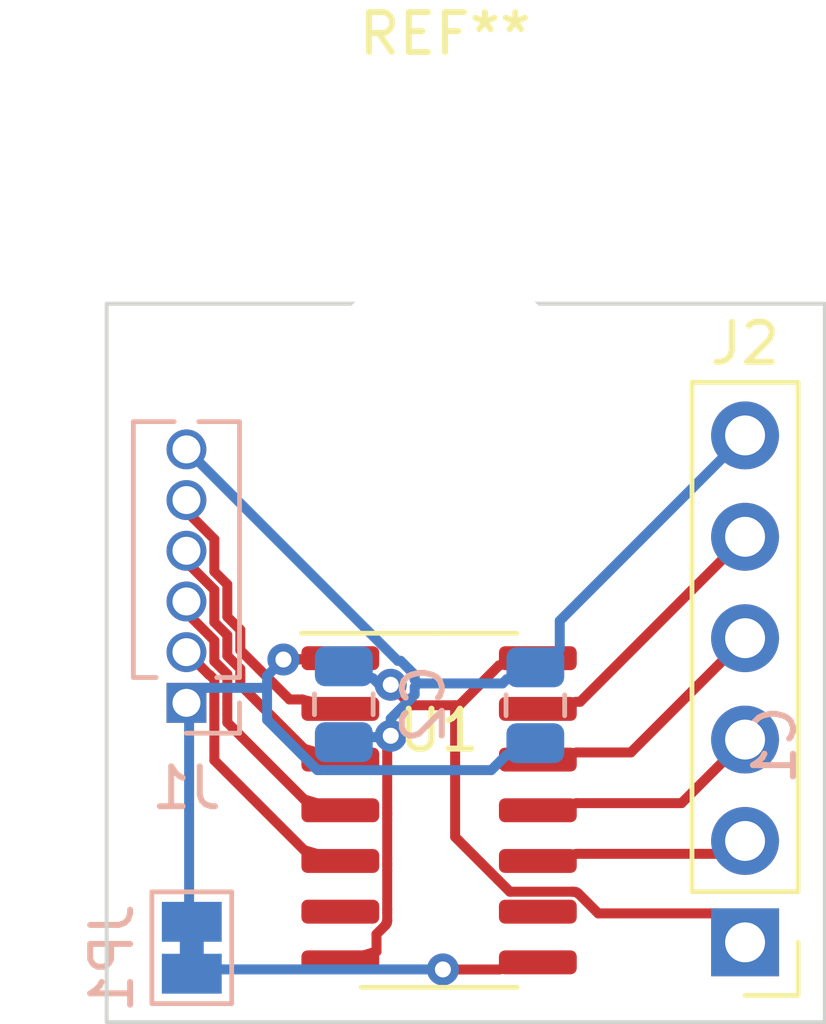
<source format=kicad_pcb>
(kicad_pcb (version 20210623) (generator pcbnew)
  (layers (0 "F.Cu" signal) (31 "B.Cu" signal) (34 "B.Paste" user) (35 "F.Paste" user) (36 "B.SilkS" user "B.Silkscreen") (37 "F.SilkS" user "F.Silkscreen") (38 "B.Mask" user) (39 "F.Mask" user) (44 "Edge.Cuts" user))
  (net 0 "")
  (net 1 "GND")
  (net 2 "/Vcc")
  (net 3 "/Vref")
  (net 6 "/A_TCK")
  (net 7 "/A_TDO")
  (net 8 "/A_TMS")
  (net 9 "/A_TDI")
  (net 10 "/B_TCK")
  (net 11 "/B_TDO")
  (net 12 "/B_TMS")
  (net 13 "/B_TDI")
  (net 14 "Net-(JP1-Pad2)")
  (footprint "Connector_PinHeader_2.54mm:PinHeader_1x06_P2.54mm_Vertical" (layer "F.Cu") (at 90.12 85.98 180)
    (fp_text reference "J2" (at 0 15) (layer "F.SilkS"))
    (fp_text value "Conn_01x06" hide)
    (fp_line (start -1.33 1.27) (end 1.33 1.27) (layer "F.SilkS") (width 0.12))
    (fp_line (start 1.33 1.27) (end 1.33 14.03) (layer "F.SilkS") (width 0.12))
    (fp_line (start -1.33 1.27) (end -1.33 14.03) (layer "F.SilkS") (width 0.12))
    (fp_line (start -1.33 0) (end -1.33 -1.33) (layer "F.SilkS") (width 0.12))
    (fp_line (start -1.33 -1.33) (end 0 -1.33) (layer "F.SilkS") (width 0.12))
    (fp_line (start -1.33 14.03) (end 1.33 14.03) (layer "F.SilkS") (width 0.12))
    (pad "1" thru_hole rect locked (at 0 0 180) (size 1.7 1.7) (drill 1) (layers *.Cu *.Mask) (net 3 "/Vref"))
    (pad "2" thru_hole oval locked (at 0 2.54 180) (size 1.7 1.7) (drill 1) (layers *.Cu *.Mask) (net 13 "/B_TDI"))
    (pad "3" thru_hole oval locked (at 0 5.08 180) (size 1.7 1.7) (drill 1) (layers *.Cu *.Mask) (net 12 "/B_TMS"))
    (pad "4" thru_hole oval locked (at 0 7.62 180) (size 1.7 1.7) (drill 1) (layers *.Cu *.Mask) (net 11 "/B_TDO"))
    (pad "5" thru_hole oval locked (at 0 10.16 180) (size 1.7 1.7) (drill 1) (layers *.Cu *.Mask) (net 10 "/B_TCK"))
    (pad "6" thru_hole oval locked (at 0 12.7 180) (size 1.7 1.7) (drill 1) (layers *.Cu *.Mask) (net 1 "GND"))
  )
  (footprint "Package_SO:SOIC-14_3.9x8.7mm_P1.27mm" (layer "F.Cu") (at 82.4512 82.6714)
    (fp_text reference "U1" (at 0 -2) (layer "F.SilkS"))
    (fp_text value "TXB0104D" hide)
    (fp_line (start 0 -4.435) (end 1.95 -4.435) (layer "F.SilkS") (width 0.12))
    (fp_line (start 0 4.435) (end -1.95 4.435) (layer "F.SilkS") (width 0.12))
    (fp_line (start 0 4.435) (end 1.95 4.435) (layer "F.SilkS") (width 0.12))
    (fp_line (start 0 -4.435) (end -3.45 -4.435) (layer "F.SilkS") (width 0.12))
    (pad "1" smd roundrect locked (at -2.475 -3.81) (size 1.95 0.6) (layers "F.Cu" "F.Paste" "F.Mask") (net 2 "/Vcc"))
    (pad "2" smd roundrect locked (at -2.475 -2.54) (size 1.95 0.6) (layers "F.Cu" "F.Paste" "F.Mask") (net 6 "/A_TCK"))
    (pad "3" smd roundrect locked (at -2.475 -1.27) (size 1.95 0.6) (layers "F.Cu" "F.Paste" "F.Mask") (net 7 "/A_TDO"))
    (pad "4" smd roundrect locked (at -2.475 0) (size 1.95 0.6) (layers "F.Cu" "F.Paste" "F.Mask") (net 8 "/A_TMS"))
    (pad "5" smd roundrect locked (at -2.475 1.27) (size 1.95 0.6) (layers "F.Cu" "F.Paste" "F.Mask") (net 9 "/A_TDI"))
    (pad "6" smd roundrect locked (at -2.475 2.54) (size 1.95 0.6) (layers "F.Cu" "F.Paste" "F.Mask"))
    (pad "7" smd roundrect locked (at -2.475 3.81) (size 1.95 0.6) (layers "F.Cu" "F.Paste" "F.Mask") (net 1 "GND"))
    (pad "8" smd roundrect locked (at 2.475 3.81) (size 1.95 0.6) (layers "F.Cu" "F.Paste" "F.Mask") (net 14 "Net-(JP1-Pad2)"))
    (pad "9" smd roundrect locked (at 2.475 2.54) (size 1.95 0.6) (layers "F.Cu" "F.Paste" "F.Mask"))
    (pad "10" smd roundrect locked (at 2.475 1.27) (size 1.95 0.6) (layers "F.Cu" "F.Paste" "F.Mask") (net 13 "/B_TDI"))
    (pad "11" smd roundrect locked (at 2.475 0) (size 1.95 0.6) (layers "F.Cu" "F.Paste" "F.Mask") (net 12 "/B_TMS"))
    (pad "12" smd roundrect locked (at 2.475 -1.27) (size 1.95 0.6) (layers "F.Cu" "F.Paste" "F.Mask") (net 11 "/B_TDO"))
    (pad "13" smd roundrect locked (at 2.475 -2.54) (size 1.95 0.6) (layers "F.Cu" "F.Paste" "F.Mask") (net 10 "/B_TCK"))
    (pad "14" smd roundrect locked (at 2.475 -3.81) (size 1.95 0.6) (layers "F.Cu" "F.Paste" "F.Mask") (net 3 "/Vref"))
  )
  (footprint "MountingHole:MountingHole_8.4mm_M8" (layer "F.Cu") (at 82.6 72.62)
    (fp_text reference "REF**" (at 0 -9.4) (layer "F.SilkS"))
    (fp_text value "MountingHole_8.4mm_M8")
    (pad "" np_thru_hole circle (at 0 0) (size 7 7) (drill 7) (layers F&B.Cu *.Mask))
  )
  (footprint "Capacitor_SMD:C_0805_2012Metric" (layer "B.Cu") (at 84.8642 80.04 90)
    (fp_text reference "C1" (at -1 6 90) (layer "B.SilkS") (effects (justify mirror)))
    (fp_text value "0.1uF" hide)
    (fp_line (start -0.261252 0.735) (end 0.261252 0.735) (layer "B.SilkS") (width 0.12))
    (fp_line (start -0.261252 -0.735) (end 0.261252 -0.735) (layer "B.SilkS") (width 0.12))
    (pad "1" smd roundrect locked (at -0.95 0 90) (size 1 1.45) (layers "B.Cu" "B.Paste" "B.Mask") (net 2 "/Vcc"))
    (pad "2" smd roundrect locked (at 0.95 0 90) (size 1 1.45) (layers "B.Cu" "B.Paste" "B.Mask") (net 1 "GND"))
  )
  (footprint "Connector_PinSocket_1.27mm:PinSocket_1x06_P1.27mm_Vertical" (layer "B.Cu") (at 76.12 79.98)
    (fp_text reference "J1" (at 0 2.135) (layer "B.SilkS") (effects (justify mirror)))
    (fp_text value "Conn_01x06")
    (fp_line (start -1.33 -0.635) (end -1.33 -7.045) (layer "B.SilkS") (width 0.12))
    (fp_line (start 0 0.76) (end 1.33 0.76) (layer "B.SilkS") (width 0.12))
    (fp_line (start 0.30753 -7.045) (end 1.33 -7.045) (layer "B.SilkS") (width 0.12))
    (fp_line (start 1.33 0.76) (end 1.33 0) (layer "B.SilkS") (width 0.12))
    (fp_line (start -1.33 -0.635) (end -0.76 -0.635) (layer "B.SilkS") (width 0.12))
    (fp_line (start 1.33 -0.635) (end 1.33 -7.045) (layer "B.SilkS") (width 0.12))
    (fp_line (start 0.76 -0.635) (end 1.33 -0.635) (layer "B.SilkS") (width 0.12))
    (fp_line (start -1.33 -7.045) (end -0.30753 -7.045) (layer "B.SilkS") (width 0.12))
    (pad "1" thru_hole rect locked (at 0 0) (size 1 1) (drill 0.7) (layers *.Cu *.Mask) (net 2 "/Vcc"))
    (pad "2" thru_hole oval locked (at 0 -1.27) (size 1 1) (drill 0.7) (layers *.Cu *.Mask) (net 9 "/A_TDI"))
    (pad "3" thru_hole oval locked (at 0 -2.54) (size 1 1) (drill 0.7) (layers *.Cu *.Mask) (net 8 "/A_TMS"))
    (pad "4" thru_hole oval locked (at 0 -3.81) (size 1 1) (drill 0.7) (layers *.Cu *.Mask) (net 7 "/A_TDO"))
    (pad "5" thru_hole oval locked (at 0 -5.08) (size 1 1) (drill 0.7) (layers *.Cu *.Mask) (net 6 "/A_TCK"))
    (pad "6" thru_hole oval locked (at 0 -6.35) (size 1 1) (drill 0.7) (layers *.Cu *.Mask) (net 1 "GND"))
  )
  (footprint "Capacitor_SMD:C_0805_2012Metric" (layer "B.Cu") (at 80.0636 80.0146 -90)
    (fp_text reference "C2" (at 0 -2 90) (layer "B.SilkS") (effects (justify mirror)))
    (fp_text value "0.1uF" hide)
    (fp_line (start -0.261252 0.735) (end 0.261252 0.735) (layer "B.SilkS") (width 0.12))
    (fp_line (start -0.261252 -0.735) (end 0.261252 -0.735) (layer "B.SilkS") (width 0.12))
    (pad "1" smd roundrect locked (at -0.95 0 270) (size 1 1.45) (layers "B.Cu" "B.Paste" "B.Mask") (net 3 "/Vref"))
    (pad "2" smd roundrect locked (at 0.95 0 270) (size 1 1.45) (layers "B.Cu" "B.Paste" "B.Mask") (net 1 "GND"))
  )
  (footprint "Jumper:SolderJumper-2_P1.3mm_Bridged_Pad1.0x1.5mm" (layer "B.Cu") (at 76.2536 86.1154 -90)
    (fp_text reference "JP1" (at 0.261252 2 90) (layer "B.SilkS") (effects (justify mirror)))
    (fp_text value "SolderJumper_2_Bridged" hide)
    (fp_poly (pts (xy -0.25 0.3) (xy 0.25 0.3) (xy 0.25 -0.3) (xy -0.25 -0.3)) (layer "B.Cu") (width 0) (fill solid))
    (fp_line (start 1.4 -1) (end -1.4 -1) (layer "B.SilkS") (width 0.12))
    (fp_line (start -1.4 1) (end 1.4 1) (layer "B.SilkS") (width 0.12))
    (fp_line (start -1.4 -1) (end -1.4 1) (layer "B.SilkS") (width 0.12))
    (fp_line (start 1.4 1) (end 1.4 -1) (layer "B.SilkS") (width 0.12))
    (pad "1" smd rect locked (at -0.65 0 270) (size 1 1.5) (layers "B.Cu" "B.Mask") (net 2 "/Vcc"))
    (pad "2" smd rect locked (at 0.65 0 270) (size 1 1.5) (layers "B.Cu" "B.Mask") (net 14 "Net-(JP1-Pad2)"))
  )
  (gr_rect (start 92.12 87.98) (end 74.12 69.98) (layer "Edge.Cuts") (width 0.1) (fill none))
  (segment (start 81.1518 84.1742) (end 81.1518 84.0492) (width 0.25) (layer "F.Cu") (net 1))
  (segment (start 81.1518 81.6342) (end 81.1518 81.5092) (width 0.25) (layer "F.Cu") (net 1))
  (segment (start 81.146 85.473) (end 81.146 85.45) (width 0.25) (layer "F.Cu") (net 1))
  (segment (start 81.1403 85.5018) (end 81.1403 85.4787) (width 0.25) (layer "F.Cu") (net 1))
  (segment (start 81.1518 81.5092) (end 81.1518 81.3342) (width 0.25) (layer "F.Cu") (net 1))
  (segment (start 81.1518 82.7292) (end 81.1518 82.6042) (width 0.25) (layer "F.Cu") (net 1))
  (segment (start 81.124 85.5181) (end 81.1403 85.5018) (width 0.25) (layer "F.Cu") (net 1))
  (segment (start 81.1518 83.8742) (end 81.1518 82.9042) (width 0.25) (layer "F.Cu") (net 1))
  (segment (start 81.1403 85.4787) (end 81.146 85.473) (width 0.25) (layer "F.Cu") (net 1))
  (segment (start 81.1518 80.8931) (end 81.2397 80.8052) (width 0.25) (layer "F.Cu") (net 1))
  (segment (start 81.1518 82.7792) (end 81.1518 82.7292) (width 0.25) (layer "F.Cu") (net 1))
  (segment (start 80.8832 86.2086) (end 80.8832 85.7752) (width 0.25) (layer "F.Cu") (net 1))
  (segment (start 81.1518 85.4186) (end 81.1518 85.2449) (width 0.25) (layer "F.Cu") (net 1))
  (segment (start 81.1518 85.4442) (end 81.1518 85.4186) (width 0.25) (layer "F.Cu") (net 1))
  (segment (start 81.1518 81.3342) (end 81.1518 80.8931) (width 0.25) (layer "F.Cu") (net 1))
  (segment (start 79.9762 86.4814) (end 80.8832 86.2086) (width 0.25) (layer "F.Cu") (net 1))
  (segment (start 81.1518 82.6042) (end 81.1518 81.6342) (width 0.25) (layer "F.Cu") (net 1))
  (segment (start 81.1077 85.5507) (end 81.1077 85.5425) (width 0.25) (layer "F.Cu") (net 1))
  (segment (start 81.124 85.5262) (end 81.124 85.5181) (width 0.25) (layer "F.Cu") (net 1))
  (segment (start 81.1518 82.9042) (end 81.1518 82.7792) (width 0.25) (layer "F.Cu") (net 1))
  (segment (start 81.1077 85.5425) (end 81.124 85.5262) (width 0.25) (layer "F.Cu") (net 1))
  (segment (start 80.8832 85.7752) (end 81.1077 85.5507) (width 0.25) (layer "F.Cu") (net 1))
  (segment (start 81.1518 85.1698) (end 81.1518 85.1442) (width 0.25) (layer "F.Cu") (net 1))
  (segment (start 81.1518 85.1442) (end 81.1518 84.1742) (width 0.25) (layer "F.Cu") (net 1))
  (segment (start 81.1518 84.0492) (end 81.1518 83.9992) (width 0.25) (layer "F.Cu") (net 1))
  (segment (start 81.1518 85.2449) (end 81.1518 85.1698) (width 0.25) (layer "F.Cu") (net 1))
  (segment (start 81.146 85.45) (end 81.1518 85.4442) (width 0.25) (layer "F.Cu") (net 1))
  (segment (start 81.1518 83.9992) (end 81.1518 83.8742) (width 0.25) (layer "F.Cu") (net 1))
  (via (at 81.2397 80.8052) (size 0.8) (drill 0.4) (layers "F.Cu" "B.Cu") (net 1))
  (segment (start 84.0424 79.4934) (end 81.9299 79.4934) (width 0.25) (layer "B.Cu") (net 1))
  (segment (start 81.8394 79.7755) (end 81.8394 79.5839) (width 0.25) (layer "B.Cu") (net 1))
  (segment (start 81.2397 80.3752) (end 81.8394 79.7755) (width 0.25) (layer "B.Cu") (net 1))
  (segment (start 85.4759 78.6354) (end 85.4759 77.9241) (width 0.25) (layer "B.Cu") (net 1))
  (segment (start 81.8394 79.5839) (end 81.9299 79.4934) (width 0.25) (layer "B.Cu") (net 1))
  (segment (start 80.6646 80.8396) (end 80.7896 80.8396) (width 0.25) (layer "B.Cu") (net 1))
  (segment (start 81.4879 78.927) (end 81.8394 79.2785) (width 0.25) (layer "B.Cu") (net 1))
  (segment (start 81.8394 79.4029) (end 81.9299 79.4934) (width 0.25) (layer "B.Cu") (net 1))
  (segment (start 76.12 73.63) (end 81.417 78.927) (width 0.25) (layer "B.Cu") (net 1))
  (segment (start 84.8642 79.09) (end 85.4759 78.6354) (width 0.25) (layer "B.Cu") (net 1))
  (segment (start 84.1478 79.388) (end 84.0424 79.4934) (width 0.25) (layer "B.Cu") (net 1))
  (segment (start 85.4759 77.9241) (end 90.12 73.28) (width 0.25) (layer "B.Cu") (net 1))
  (segment (start 80.7896 80.8396) (end 81.2053 80.8396) (width 0.25) (layer "B.Cu") (net 1))
  (segment (start 84.8642 79.09) (end 84.1478 79.388) (width 0.25) (layer "B.Cu") (net 1))
  (segment (start 81.8394 79.2785) (end 81.8394 79.4029) (width 0.25) (layer "B.Cu") (net 1))
  (segment (start 81.417 78.927) (end 81.4879 78.927) (width 0.25) (layer "B.Cu") (net 1))
  (segment (start 80.0636 80.9646) (end 80.6646 80.8396) (width 0.25) (layer "B.Cu") (net 1))
  (segment (start 81.2397 80.8052) (end 81.2397 80.3752) (width 0.25) (layer "B.Cu") (net 1))
  (segment (start 81.2053 80.8396) (end 81.2397 80.8052) (width 0.25) (layer "B.Cu") (net 1))
  (segment (start 79.9762 78.8614) (end 79.1256 78.8864) (width 0.25) (layer "F.Cu") (net 2))
  (segment (start 78.9407 78.8945) (end 78.5506 78.8945) (width 0.25) (layer "F.Cu") (net 2))
  (segment (start 79.1256 78.8864) (end 79.0006 78.8864) (width 0.25) (layer "F.Cu") (net 2))
  (segment (start 78.9488 78.8864) (end 78.9407 78.8945) (width 0.25) (layer "F.Cu") (net 2))
  (segment (start 79.0006 78.8864) (end 78.9488 78.8864) (width 0.25) (layer "F.Cu") (net 2))
  (via (at 78.5506 78.8945) (size 0.8) (drill 0.4) (layers "F.Cu" "B.Cu") (net 2))
  (segment (start 76.1868 84.9654) (end 76.1868 80.48) (width 0.25) (layer "B.Cu") (net 2))
  (segment (start 76.1868 80.355) (end 76.12 79.98) (width 0.25) (layer "B.Cu") (net 2))
  (segment (start 84.1478 81.288) (end 84.1375 81.288) (width 0.25) (layer "B.Cu") (net 2))
  (segment (start 76.2536 85.4654) (end 76.1868 85.0904) (width 0.25) (layer "B.Cu") (net 2))
  (segment (start 84.8642 80.99) (end 84.1478 81.288) (width 0.25) (layer "B.Cu") (net 2))
  (segment (start 76.495 79.605) (end 76.62 79.605) (width 0.25) (layer "B.Cu") (net 2))
  (segment (start 79.3284 81.592) (end 79.2112 81.4748) (width 0.25) (layer "B.Cu") (net 2))
  (segment (start 79.6714 81.6656) (end 79.5058 81.6656) (width 0.25) (layer "B.Cu") (net 2))
  (segment (start 79.5058 81.6656) (end 79.402 81.6656) (width 0.25) (layer "B.Cu") (net 2))
  (segment (start 79.402 81.6656) (end 79.3284 81.592) (width 0.25) (layer "B.Cu") (net 2))
  (segment (start 78.5506 78.8945) (end 78.1405 79.3046) (width 0.25) (layer "B.Cu") (net 2))
  (segment (start 76.1868 80.48) (end 76.1868 80.355) (width 0.25) (layer "B.Cu") (net 2))
  (segment (start 78.1405 80.4041) (end 78.1405 79.6047) (width 0.25) (layer "B.Cu") (net 2))
  (segment (start 78.1405 79.3046) (end 78.1405 79.6047) (width 0.25) (layer "B.Cu") (net 2))
  (segment (start 84.1375 81.288) (end 83.7599 81.6656) (width 0.25) (layer "B.Cu") (net 2))
  (segment (start 79.2112 81.4748) (end 78.1405 80.4041) (width 0.25) (layer "B.Cu") (net 2))
  (segment (start 78.1402 79.605) (end 78.1405 79.6047) (width 0.25) (layer "B.Cu") (net 2))
  (segment (start 83.7599 81.6656) (end 79.6714 81.6656) (width 0.25) (layer "B.Cu") (net 2))
  (segment (start 76.12 79.98) (end 76.495 79.605) (width 0.25) (layer "B.Cu") (net 2))
  (segment (start 76.62 79.605) (end 78.1402 79.605) (width 0.25) (layer "B.Cu") (net 2))
  (segment (start 76.1868 85.0904) (end 76.1868 84.9654) (width 0.25) (layer "B.Cu") (net 2))
  (segment (start 89.27 85.255) (end 86.4406 85.255) (width 0.25) (layer "F.Cu") (net 3))
  (segment (start 85.9323 84.7549) (end 85.916 84.7386) (width 0.25) (layer "F.Cu") (net 3))
  (segment (start 85.834 84.7108) (end 85.8084 84.7108) (width 0.25) (layer "F.Cu") (net 3))
  (segment (start 83.9563 79.0402) (end 82.9555 80.041) (width 0.25) (layer "F.Cu") (net 3))
  (segment (start 90.12 85.98) (end 89.395 85.255) (width 0.25) (layer "F.Cu") (net 3))
  (segment (start 85.7715 84.7108) (end 84.2465 84.7108) (width 0.25) (layer "F.Cu") (net 3))
  (segment (start 81.7534 80.041) (end 82.8536 80.041) (width 0.25) (layer "F.Cu") (net 3))
  (segment (start 83.9119 84.3979) (end 83.7947 84.2807) (width 0.25) (layer "F.Cu") (net 3))
  (segment (start 85.8397 84.7165) (end 85.834 84.7108) (width 0.25) (layer "F.Cu") (net 3))
  (segment (start 85.8628 84.7165) (end 85.8397 84.7165) (width 0.25) (layer "F.Cu") (net 3))
  (segment (start 85.8686 84.7223) (end 85.8628 84.7165) (width 0.25) (layer "F.Cu") (net 3))
  (segment (start 84.2465 84.7108) (end 84.2248 84.7108) (width 0.25) (layer "F.Cu") (net 3))
  (segment (start 85.8916 84.7223) (end 85.8686 84.7223) (width 0.25) (layer "F.Cu") (net 3))
  (segment (start 85.9405 84.7549) (end 85.9323 84.7549) (width 0.25) (layer "F.Cu") (net 3))
  (segment (start 81.2394 79.527) (end 81.7534 80.041) (width 0.25) (layer "F.Cu") (net 3))
  (segment (start 83.7947 84.2807) (end 82.8536 83.3396) (width 0.25) (layer "F.Cu") (net 3))
  (segment (start 85.8084 84.7108) (end 85.7715 84.7108) (width 0.25) (layer "F.Cu") (net 3))
  (segment (start 84.2248 84.7108) (end 83.9119 84.3979) (width 0.25) (layer "F.Cu") (net 3))
  (segment (start 82.9555 80.041) (end 82.8536 80.041) (width 0.25) (layer "F.Cu") (net 3))
  (segment (start 85.916 84.7386) (end 85.9079 84.7386) (width 0.25) (layer "F.Cu") (net 3))
  (segment (start 82.8536 83.3396) (end 82.8536 80.041) (width 0.25) (layer "F.Cu") (net 3))
  (segment (start 85.9079 84.7386) (end 85.8916 84.7223) (width 0.25) (layer "F.Cu") (net 3))
  (segment (start 84.9262 78.8614) (end 83.9563 79.0402) (width 0.25) (layer "F.Cu") (net 3))
  (segment (start 89.395 85.255) (end 89.27 85.255) (width 0.25) (layer "F.Cu") (net 3))
  (segment (start 86.4406 85.255) (end 85.9405 84.7549) (width 0.25) (layer "F.Cu") (net 3))
  (via (at 81.2394 79.527) (size 0.8) (drill 0.4) (layers "F.Cu" "B.Cu") (net 3))
  (segment (start 80.9547 79.527) (end 81.2394 79.527) (width 0.25) (layer "B.Cu") (net 3))
  (segment (start 80.78 79.3626) (end 80.7903 79.3626) (width 0.25) (layer "B.Cu") (net 3))
  (segment (start 80.7903 79.3626) (end 80.9547 79.527) (width 0.25) (layer "B.Cu") (net 3))
  (segment (start 80.0636 79.0646) (end 80.78 79.3626) (width 0.25) (layer "B.Cu") (net 3))
  (segment (start 79.0283 79.8993) (end 79.0284 79.8993) (width 0.25) (layer "F.Cu") (net 6))
  (segment (start 77.9506 79.143) (end 78.3021 79.4945) (width 0.25) (layer "F.Cu") (net 6))
  (segment (start 76.82 75.8801) (end 76.82 76.6904) (width 0.25) (layer "F.Cu") (net 6))
  (segment (start 76.12 75.1801) (end 76.82 75.8801) (width 0.25) (layer "F.Cu") (net 6))
  (segment (start 77.47 78.6624) (end 77.9506 79.143) (width 0.25) (layer "F.Cu") (net 6))
  (segment (start 79.0284 79.8993) (end 79.9762 80.1314) (width 0.25) (layer "F.Cu") (net 6))
  (segment (start 78.7026 79.895) (end 79.024 79.895) (width 0.25) (layer "F.Cu") (net 6))
  (segment (start 76.12 74.9) (end 76.12 75.1801) (width 0.25) (layer "F.Cu") (net 6))
  (segment (start 78.3021 79.4945) (end 78.7026 79.895) (width 0.25) (layer "F.Cu") (net 6))
  (segment (start 77.145 77.0154) (end 77.145 77.8258) (width 0.25) (layer "F.Cu") (net 6))
  (segment (start 76.82 76.6904) (end 77.145 77.0154) (width 0.25) (layer "F.Cu") (net 6))
  (segment (start 77.145 77.8258) (end 77.47 78.1508) (width 0.25) (layer "F.Cu") (net 6))
  (segment (start 79.024 79.895) (end 79.0283 79.8993) (width 0.25) (layer "F.Cu") (net 6))
  (segment (start 77.47 78.1508) (end 77.47 78.6624) (width 0.25) (layer "F.Cu") (net 6))
  (segment (start 77.47 79.1279) (end 77.47 79.2529) (width 0.25) (layer "F.Cu") (net 7))
  (segment (start 76.82 77.9604) (end 77.145 78.2854) (width 0.25) (layer "F.Cu") (net 7))
  (segment (start 79.0691 81.1286) (end 79.9762 81.4014) (width 0.25) (layer "F.Cu") (net 7))
  (segment (start 76.82 77.1501) (end 76.82 77.9604) (width 0.25) (layer "F.Cu") (net 7))
  (segment (start 77.47 79.4837) (end 77.47 79.5295) (width 0.25) (layer "F.Cu") (net 7))
  (segment (start 77.145 78.2854) (end 77.145 78.8029) (width 0.25) (layer "F.Cu") (net 7))
  (segment (start 77.47 79.5295) (end 79.0691 81.1286) (width 0.25) (layer "F.Cu") (net 7))
  (segment (start 76.12 76.4501) (end 76.82 77.1501) (width 0.25) (layer "F.Cu") (net 7))
  (segment (start 76.12 76.17) (end 76.12 76.4501) (width 0.25) (layer "F.Cu") (net 7))
  (segment (start 77.145 78.8029) (end 77.47 79.1279) (width 0.25) (layer "F.Cu") (net 7))
  (segment (start 77.47 79.2529) (end 77.47 79.4837) (width 0.25) (layer "F.Cu") (net 7))
  (segment (start 77.145 80.0014) (end 77.145 80.1375) (width 0.25) (layer "F.Cu") (net 8))
  (segment (start 77.145 80.4745) (end 79.0691 82.3986) (width 0.25) (layer "F.Cu") (net 8))
  (segment (start 77.145 79.2625) (end 77.145 79.3875) (width 0.25) (layer "F.Cu") (net 8))
  (segment (start 77.145 80.1375) (end 77.145 80.2625) (width 0.25) (layer "F.Cu") (net 8))
  (segment (start 76.12 77.44) (end 76.12 77.7201) (width 0.25) (layer "F.Cu") (net 8))
  (segment (start 76.12 77.7201) (end 76.82 78.4201) (width 0.25) (layer "F.Cu") (net 8))
  (segment (start 76.82 78.9375) (end 77.145 79.2625) (width 0.25) (layer "F.Cu") (net 8))
  (segment (start 77.145 79.8264) (end 77.145 80.0014) (width 0.25) (layer "F.Cu") (net 8))
  (segment (start 79.0691 82.3986) (end 79.9762 82.6714) (width 0.25) (layer "F.Cu") (net 8))
  (segment (start 77.145 79.3875) (end 77.145 79.6183) (width 0.25) (layer "F.Cu") (net 8))
  (segment (start 77.145 80.2625) (end 77.145 80.4745) (width 0.25) (layer "F.Cu") (net 8))
  (segment (start 76.82 78.4201) (end 76.82 78.9375) (width 0.25) (layer "F.Cu") (net 8))
  (segment (start 77.145 79.6183) (end 77.145 79.8264) (width 0.25) (layer "F.Cu") (net 8))
  (segment (start 76.82 80.2722) (end 76.82 80.3972) (width 0.25) (layer "F.Cu") (net 9))
  (segment (start 76.82 79.9611) (end 76.82 80.1361) (width 0.25) (layer "F.Cu") (net 9))
  (segment (start 76.82 80.3972) (end 76.82 81.4195) (width 0.25) (layer "F.Cu") (net 9))
  (segment (start 76.12 78.71) (end 76.69 79.28) (width 0.25) (layer "F.Cu") (net 9))
  (segment (start 76.82 79.753) (end 76.82 79.9611) (width 0.25) (layer "F.Cu") (net 9))
  (segment (start 76.82 79.3972) (end 76.82 79.5222) (width 0.25) (layer "F.Cu") (net 9))
  (segment (start 76.69 79.28) (end 76.7028 79.28) (width 0.25) (layer "F.Cu") (net 9))
  (segment (start 79.0691 83.6686) (end 79.9762 83.9414) (width 0.25) (layer "F.Cu") (net 9))
  (segment (start 76.82 80.1361) (end 76.82 80.2722) (width 0.25) (layer "F.Cu") (net 9))
  (segment (start 76.82 81.4195) (end 79.0691 83.6686) (width 0.25) (layer "F.Cu") (net 9))
  (segment (start 76.7028 79.28) (end 76.82 79.3972) (width 0.25) (layer "F.Cu") (net 9))
  (segment (start 76.82 79.5222) (end 76.82 79.753) (width 0.25) (layer "F.Cu") (net 9))
  (segment (start 85.9874 79.9526) (end 90.12 75.82) (width 0.25) (layer "F.Cu") (net 10))
  (segment (start 84.9262 80.1314) (end 85.896 79.9526) (width 0.25) (layer "F.Cu") (net 10))
  (segment (start 85.896 79.9526) (end 85.9874 79.9526) (width 0.25) (layer "F.Cu") (net 10))
  (segment (start 85.896 81.2226) (end 87.2574 81.2226) (width 0.25) (layer "F.Cu") (net 11))
  (segment (start 84.9262 81.4014) (end 85.896 81.2226) (width 0.25) (layer "F.Cu") (net 11))
  (segment (start 87.2574 81.2226) (end 90.12 78.36) (width 0.25) (layer "F.Cu") (net 11))
  (segment (start 85.896 82.4926) (end 88.5274 82.4926) (width 0.25) (layer "F.Cu") (net 12))
  (segment (start 88.5274 82.4926) (end 90.12 80.9) (width 0.25) (layer "F.Cu") (net 12))
  (segment (start 84.9262 82.6714) (end 85.896 82.4926) (width 0.25) (layer "F.Cu") (net 12))
  (segment (start 85.896 83.7626) (end 89.7974 83.7626) (width 0.25) (layer "F.Cu") (net 13))
  (segment (start 89.7974 83.7626) (end 90.12 83.44) (width 0.25) (layer "F.Cu") (net 13))
  (segment (start 84.9262 83.9414) (end 85.896 83.7626) (width 0.25) (layer "F.Cu") (net 13))
  (segment (start 82.5492 86.6602) (end 83.9563 86.6602) (width 0.25) (layer "F.Cu") (net 14))
  (segment (start 83.9563 86.6602) (end 84.9262 86.4814) (width 0.25) (layer "F.Cu") (net 14))
  (segment (start 82.5474 86.6584) (end 82.5492 86.6602) (width 0.25) (layer "F.Cu") (net 14))
  (via (at 82.5474 86.6584) (size 0.8) (drill 0.4) (layers "F.Cu" "B.Cu") (net 14))
  (segment (start 77.0036 86.6584) (end 82.5474 86.6584) (width 0.25) (layer "B.Cu") (net 14))
  (segment (start 76.2536 86.7654) (end 76.8786 86.6584) (width 0.25) (layer "B.Cu") (net 14))
  (segment (start 76.8786 86.6584) (end 77.0036 86.6584) (width 0.25) (layer "B.Cu") (net 14))
)
</source>
